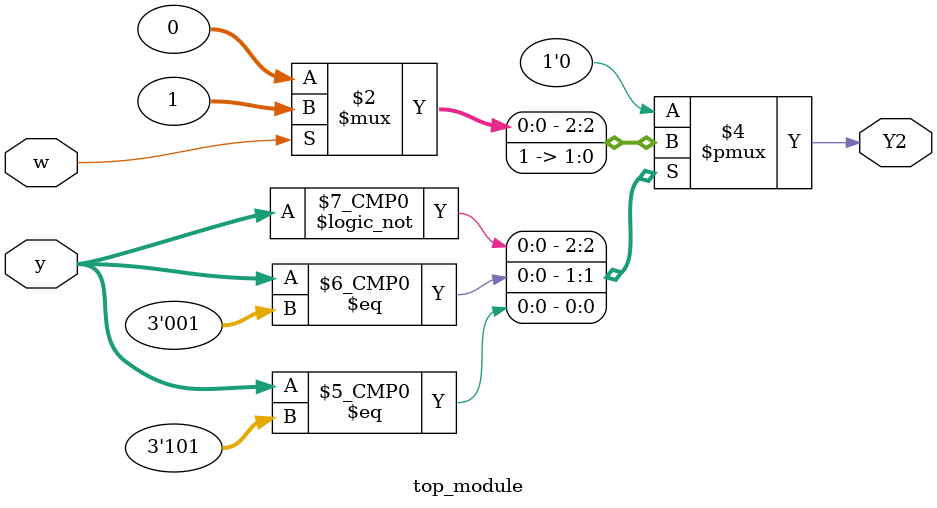
<source format=sv>
module top_module(
    input [3:1] y,
    input w,
    output reg Y2);

    always @(*) begin
        case (y)
            // Next state logic for Y2
            3'b000: Y2 = (w) ? 1 : 0;
            3'b001: Y2 = 1;
            3'b010: Y2 = 0;
            3'b011: Y2 = 0;
            3'b100: Y2 = 0;
            3'b101: Y2 = 1;
            default: Y2 = 0;
        endcase
    end

endmodule

</source>
